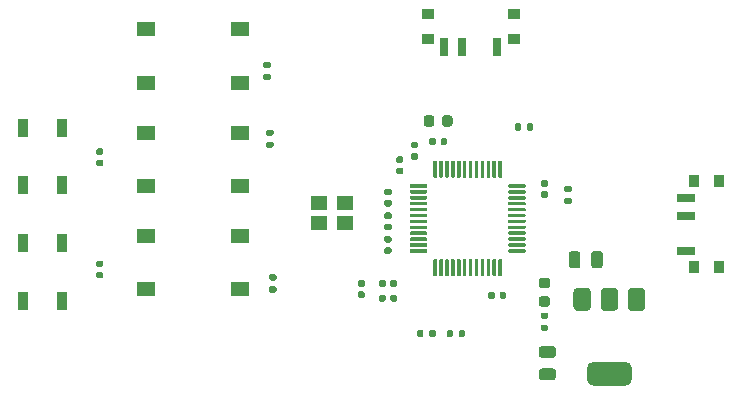
<source format=gbr>
%TF.GenerationSoftware,KiCad,Pcbnew,8.0.2-8.0.2-0~ubuntu22.04.1*%
%TF.CreationDate,2024-05-20T21:53:09+02:00*%
%TF.ProjectId,qclock,71636c6f-636b-42e6-9b69-6361645f7063,rev?*%
%TF.SameCoordinates,Original*%
%TF.FileFunction,Paste,Top*%
%TF.FilePolarity,Positive*%
%FSLAX46Y46*%
G04 Gerber Fmt 4.6, Leading zero omitted, Abs format (unit mm)*
G04 Created by KiCad (PCBNEW 8.0.2-8.0.2-0~ubuntu22.04.1) date 2024-05-20 21:53:09*
%MOMM*%
%LPD*%
G01*
G04 APERTURE LIST*
%ADD10R,1.498600X0.711200*%
%ADD11R,0.812800X0.990600*%
%ADD12R,0.711200X1.498600*%
%ADD13R,0.990600X0.812800*%
%ADD14R,1.550000X1.300000*%
%ADD15R,1.400000X1.200000*%
%ADD16R,0.900000X1.500000*%
G04 APERTURE END LIST*
D10*
%TO.C,J3*%
X170004600Y-90250003D03*
X170004600Y-87250000D03*
X170004600Y-85750000D03*
D11*
X170704601Y-91650000D03*
X170704601Y-84350000D03*
X172804599Y-91649980D03*
X172804599Y-84350020D03*
%TD*%
%TO.C,U2*%
G36*
G01*
X165425000Y-93350000D02*
X166175000Y-93350000D01*
G75*
G02*
X166550000Y-93725000I0J-375000D01*
G01*
X166550000Y-94975000D01*
G75*
G02*
X166175000Y-95350000I-375000J0D01*
G01*
X165425000Y-95350000D01*
G75*
G02*
X165050000Y-94975000I0J375000D01*
G01*
X165050000Y-93725000D01*
G75*
G02*
X165425000Y-93350000I375000J0D01*
G01*
G37*
G36*
G01*
X163125000Y-93350000D02*
X163875000Y-93350000D01*
G75*
G02*
X164250000Y-93725000I0J-375000D01*
G01*
X164250000Y-94975000D01*
G75*
G02*
X163875000Y-95350000I-375000J0D01*
G01*
X163125000Y-95350000D01*
G75*
G02*
X162750000Y-94975000I0J375000D01*
G01*
X162750000Y-93725000D01*
G75*
G02*
X163125000Y-93350000I375000J0D01*
G01*
G37*
G36*
G01*
X162100000Y-99650000D02*
X164900000Y-99650000D01*
G75*
G02*
X165400000Y-100150000I0J-500000D01*
G01*
X165400000Y-101150000D01*
G75*
G02*
X164900000Y-101650000I-500000J0D01*
G01*
X162100000Y-101650000D01*
G75*
G02*
X161600000Y-101150000I0J500000D01*
G01*
X161600000Y-100150000D01*
G75*
G02*
X162100000Y-99650000I500000J0D01*
G01*
G37*
G36*
G01*
X160825000Y-93350000D02*
X161575000Y-93350000D01*
G75*
G02*
X161950000Y-93725000I0J-375000D01*
G01*
X161950000Y-94975000D01*
G75*
G02*
X161575000Y-95350000I-375000J0D01*
G01*
X160825000Y-95350000D01*
G75*
G02*
X160450000Y-94975000I0J375000D01*
G01*
X160450000Y-93725000D01*
G75*
G02*
X160825000Y-93350000I375000J0D01*
G01*
G37*
%TD*%
%TO.C,R1*%
G36*
G01*
X155470000Y-79935000D02*
X155470000Y-79565000D01*
G75*
G02*
X155605000Y-79430000I135000J0D01*
G01*
X155875000Y-79430000D01*
G75*
G02*
X156010000Y-79565000I0J-135000D01*
G01*
X156010000Y-79935000D01*
G75*
G02*
X155875000Y-80070000I-135000J0D01*
G01*
X155605000Y-80070000D01*
G75*
G02*
X155470000Y-79935000I0J135000D01*
G01*
G37*
G36*
G01*
X156490000Y-79935000D02*
X156490000Y-79565000D01*
G75*
G02*
X156625000Y-79430000I135000J0D01*
G01*
X156895000Y-79430000D01*
G75*
G02*
X157030000Y-79565000I0J-135000D01*
G01*
X157030000Y-79935000D01*
G75*
G02*
X156895000Y-80070000I-135000J0D01*
G01*
X156625000Y-80070000D01*
G75*
G02*
X156490000Y-79935000I0J135000D01*
G01*
G37*
%TD*%
%TO.C,C3*%
G36*
G01*
X145920000Y-83760000D02*
X145580000Y-83760000D01*
G75*
G02*
X145440000Y-83620000I0J140000D01*
G01*
X145440000Y-83340000D01*
G75*
G02*
X145580000Y-83200000I140000J0D01*
G01*
X145920000Y-83200000D01*
G75*
G02*
X146060000Y-83340000I0J-140000D01*
G01*
X146060000Y-83620000D01*
G75*
G02*
X145920000Y-83760000I-140000J0D01*
G01*
G37*
G36*
G01*
X145920000Y-82800000D02*
X145580000Y-82800000D01*
G75*
G02*
X145440000Y-82660000I0J140000D01*
G01*
X145440000Y-82380000D01*
G75*
G02*
X145580000Y-82240000I140000J0D01*
G01*
X145920000Y-82240000D01*
G75*
G02*
X146060000Y-82380000I0J-140000D01*
G01*
X146060000Y-82660000D01*
G75*
G02*
X145920000Y-82800000I-140000J0D01*
G01*
G37*
%TD*%
%TO.C,R5*%
G36*
G01*
X160185000Y-86280000D02*
X159815000Y-86280000D01*
G75*
G02*
X159680000Y-86145000I0J135000D01*
G01*
X159680000Y-85875000D01*
G75*
G02*
X159815000Y-85740000I135000J0D01*
G01*
X160185000Y-85740000D01*
G75*
G02*
X160320000Y-85875000I0J-135000D01*
G01*
X160320000Y-86145000D01*
G75*
G02*
X160185000Y-86280000I-135000J0D01*
G01*
G37*
G36*
G01*
X160185000Y-85260000D02*
X159815000Y-85260000D01*
G75*
G02*
X159680000Y-85125000I0J135000D01*
G01*
X159680000Y-84855000D01*
G75*
G02*
X159815000Y-84720000I135000J0D01*
G01*
X160185000Y-84720000D01*
G75*
G02*
X160320000Y-84855000I0J-135000D01*
G01*
X160320000Y-85125000D01*
G75*
G02*
X160185000Y-85260000I-135000J0D01*
G01*
G37*
%TD*%
%TO.C,C6*%
G36*
G01*
X144580000Y-86990000D02*
X144920000Y-86990000D01*
G75*
G02*
X145060000Y-87130000I0J-140000D01*
G01*
X145060000Y-87410000D01*
G75*
G02*
X144920000Y-87550000I-140000J0D01*
G01*
X144580000Y-87550000D01*
G75*
G02*
X144440000Y-87410000I0J140000D01*
G01*
X144440000Y-87130000D01*
G75*
G02*
X144580000Y-86990000I140000J0D01*
G01*
G37*
G36*
G01*
X144580000Y-87950000D02*
X144920000Y-87950000D01*
G75*
G02*
X145060000Y-88090000I0J-140000D01*
G01*
X145060000Y-88370000D01*
G75*
G02*
X144920000Y-88510000I-140000J0D01*
G01*
X144580000Y-88510000D01*
G75*
G02*
X144440000Y-88370000I0J140000D01*
G01*
X144440000Y-88090000D01*
G75*
G02*
X144580000Y-87950000I140000J0D01*
G01*
G37*
%TD*%
%TO.C,C1*%
G36*
G01*
X144920000Y-86490000D02*
X144580000Y-86490000D01*
G75*
G02*
X144440000Y-86350000I0J140000D01*
G01*
X144440000Y-86070000D01*
G75*
G02*
X144580000Y-85930000I140000J0D01*
G01*
X144920000Y-85930000D01*
G75*
G02*
X145060000Y-86070000I0J-140000D01*
G01*
X145060000Y-86350000D01*
G75*
G02*
X144920000Y-86490000I-140000J0D01*
G01*
G37*
G36*
G01*
X144920000Y-85530000D02*
X144580000Y-85530000D01*
G75*
G02*
X144440000Y-85390000I0J140000D01*
G01*
X144440000Y-85110000D01*
G75*
G02*
X144580000Y-84970000I140000J0D01*
G01*
X144920000Y-84970000D01*
G75*
G02*
X145060000Y-85110000I0J-140000D01*
G01*
X145060000Y-85390000D01*
G75*
G02*
X144920000Y-85530000I-140000J0D01*
G01*
G37*
%TD*%
%TO.C,R2*%
G36*
G01*
X135185000Y-93780000D02*
X134815000Y-93780000D01*
G75*
G02*
X134680000Y-93645000I0J135000D01*
G01*
X134680000Y-93375000D01*
G75*
G02*
X134815000Y-93240000I135000J0D01*
G01*
X135185000Y-93240000D01*
G75*
G02*
X135320000Y-93375000I0J-135000D01*
G01*
X135320000Y-93645000D01*
G75*
G02*
X135185000Y-93780000I-135000J0D01*
G01*
G37*
G36*
G01*
X135185000Y-92760000D02*
X134815000Y-92760000D01*
G75*
G02*
X134680000Y-92625000I0J135000D01*
G01*
X134680000Y-92355000D01*
G75*
G02*
X134815000Y-92220000I135000J0D01*
G01*
X135185000Y-92220000D01*
G75*
G02*
X135320000Y-92355000I0J-135000D01*
G01*
X135320000Y-92625000D01*
G75*
G02*
X135185000Y-92760000I-135000J0D01*
G01*
G37*
%TD*%
%TO.C,C14*%
G36*
G01*
X120180000Y-81560000D02*
X120520000Y-81560000D01*
G75*
G02*
X120660000Y-81700000I0J-140000D01*
G01*
X120660000Y-81980000D01*
G75*
G02*
X120520000Y-82120000I-140000J0D01*
G01*
X120180000Y-82120000D01*
G75*
G02*
X120040000Y-81980000I0J140000D01*
G01*
X120040000Y-81700000D01*
G75*
G02*
X120180000Y-81560000I140000J0D01*
G01*
G37*
G36*
G01*
X120180000Y-82520000D02*
X120520000Y-82520000D01*
G75*
G02*
X120660000Y-82660000I0J-140000D01*
G01*
X120660000Y-82940000D01*
G75*
G02*
X120520000Y-83080000I-140000J0D01*
G01*
X120180000Y-83080000D01*
G75*
G02*
X120040000Y-82940000I0J140000D01*
G01*
X120040000Y-82660000D01*
G75*
G02*
X120180000Y-82520000I140000J0D01*
G01*
G37*
%TD*%
%TO.C,U1*%
G36*
G01*
X146600000Y-84825000D02*
X146600000Y-84675000D01*
G75*
G02*
X146675000Y-84600000I75000J0D01*
G01*
X148000000Y-84600000D01*
G75*
G02*
X148075000Y-84675000I0J-75000D01*
G01*
X148075000Y-84825000D01*
G75*
G02*
X148000000Y-84900000I-75000J0D01*
G01*
X146675000Y-84900000D01*
G75*
G02*
X146600000Y-84825000I0J75000D01*
G01*
G37*
G36*
G01*
X146600000Y-85325000D02*
X146600000Y-85175000D01*
G75*
G02*
X146675000Y-85100000I75000J0D01*
G01*
X148000000Y-85100000D01*
G75*
G02*
X148075000Y-85175000I0J-75000D01*
G01*
X148075000Y-85325000D01*
G75*
G02*
X148000000Y-85400000I-75000J0D01*
G01*
X146675000Y-85400000D01*
G75*
G02*
X146600000Y-85325000I0J75000D01*
G01*
G37*
G36*
G01*
X146600000Y-85825000D02*
X146600000Y-85675000D01*
G75*
G02*
X146675000Y-85600000I75000J0D01*
G01*
X148000000Y-85600000D01*
G75*
G02*
X148075000Y-85675000I0J-75000D01*
G01*
X148075000Y-85825000D01*
G75*
G02*
X148000000Y-85900000I-75000J0D01*
G01*
X146675000Y-85900000D01*
G75*
G02*
X146600000Y-85825000I0J75000D01*
G01*
G37*
G36*
G01*
X146600000Y-86325000D02*
X146600000Y-86175000D01*
G75*
G02*
X146675000Y-86100000I75000J0D01*
G01*
X148000000Y-86100000D01*
G75*
G02*
X148075000Y-86175000I0J-75000D01*
G01*
X148075000Y-86325000D01*
G75*
G02*
X148000000Y-86400000I-75000J0D01*
G01*
X146675000Y-86400000D01*
G75*
G02*
X146600000Y-86325000I0J75000D01*
G01*
G37*
G36*
G01*
X146600000Y-86825000D02*
X146600000Y-86675000D01*
G75*
G02*
X146675000Y-86600000I75000J0D01*
G01*
X148000000Y-86600000D01*
G75*
G02*
X148075000Y-86675000I0J-75000D01*
G01*
X148075000Y-86825000D01*
G75*
G02*
X148000000Y-86900000I-75000J0D01*
G01*
X146675000Y-86900000D01*
G75*
G02*
X146600000Y-86825000I0J75000D01*
G01*
G37*
G36*
G01*
X146600000Y-87325000D02*
X146600000Y-87175000D01*
G75*
G02*
X146675000Y-87100000I75000J0D01*
G01*
X148000000Y-87100000D01*
G75*
G02*
X148075000Y-87175000I0J-75000D01*
G01*
X148075000Y-87325000D01*
G75*
G02*
X148000000Y-87400000I-75000J0D01*
G01*
X146675000Y-87400000D01*
G75*
G02*
X146600000Y-87325000I0J75000D01*
G01*
G37*
G36*
G01*
X146600000Y-87825000D02*
X146600000Y-87675000D01*
G75*
G02*
X146675000Y-87600000I75000J0D01*
G01*
X148000000Y-87600000D01*
G75*
G02*
X148075000Y-87675000I0J-75000D01*
G01*
X148075000Y-87825000D01*
G75*
G02*
X148000000Y-87900000I-75000J0D01*
G01*
X146675000Y-87900000D01*
G75*
G02*
X146600000Y-87825000I0J75000D01*
G01*
G37*
G36*
G01*
X146600000Y-88325000D02*
X146600000Y-88175000D01*
G75*
G02*
X146675000Y-88100000I75000J0D01*
G01*
X148000000Y-88100000D01*
G75*
G02*
X148075000Y-88175000I0J-75000D01*
G01*
X148075000Y-88325000D01*
G75*
G02*
X148000000Y-88400000I-75000J0D01*
G01*
X146675000Y-88400000D01*
G75*
G02*
X146600000Y-88325000I0J75000D01*
G01*
G37*
G36*
G01*
X146600000Y-88825000D02*
X146600000Y-88675000D01*
G75*
G02*
X146675000Y-88600000I75000J0D01*
G01*
X148000000Y-88600000D01*
G75*
G02*
X148075000Y-88675000I0J-75000D01*
G01*
X148075000Y-88825000D01*
G75*
G02*
X148000000Y-88900000I-75000J0D01*
G01*
X146675000Y-88900000D01*
G75*
G02*
X146600000Y-88825000I0J75000D01*
G01*
G37*
G36*
G01*
X146600000Y-89325000D02*
X146600000Y-89175000D01*
G75*
G02*
X146675000Y-89100000I75000J0D01*
G01*
X148000000Y-89100000D01*
G75*
G02*
X148075000Y-89175000I0J-75000D01*
G01*
X148075000Y-89325000D01*
G75*
G02*
X148000000Y-89400000I-75000J0D01*
G01*
X146675000Y-89400000D01*
G75*
G02*
X146600000Y-89325000I0J75000D01*
G01*
G37*
G36*
G01*
X146600000Y-89825000D02*
X146600000Y-89675000D01*
G75*
G02*
X146675000Y-89600000I75000J0D01*
G01*
X148000000Y-89600000D01*
G75*
G02*
X148075000Y-89675000I0J-75000D01*
G01*
X148075000Y-89825000D01*
G75*
G02*
X148000000Y-89900000I-75000J0D01*
G01*
X146675000Y-89900000D01*
G75*
G02*
X146600000Y-89825000I0J75000D01*
G01*
G37*
G36*
G01*
X146600000Y-90325000D02*
X146600000Y-90175000D01*
G75*
G02*
X146675000Y-90100000I75000J0D01*
G01*
X148000000Y-90100000D01*
G75*
G02*
X148075000Y-90175000I0J-75000D01*
G01*
X148075000Y-90325000D01*
G75*
G02*
X148000000Y-90400000I-75000J0D01*
G01*
X146675000Y-90400000D01*
G75*
G02*
X146600000Y-90325000I0J75000D01*
G01*
G37*
G36*
G01*
X148600000Y-92325000D02*
X148600000Y-91000000D01*
G75*
G02*
X148675000Y-90925000I75000J0D01*
G01*
X148825000Y-90925000D01*
G75*
G02*
X148900000Y-91000000I0J-75000D01*
G01*
X148900000Y-92325000D01*
G75*
G02*
X148825000Y-92400000I-75000J0D01*
G01*
X148675000Y-92400000D01*
G75*
G02*
X148600000Y-92325000I0J75000D01*
G01*
G37*
G36*
G01*
X149100000Y-92325000D02*
X149100000Y-91000000D01*
G75*
G02*
X149175000Y-90925000I75000J0D01*
G01*
X149325000Y-90925000D01*
G75*
G02*
X149400000Y-91000000I0J-75000D01*
G01*
X149400000Y-92325000D01*
G75*
G02*
X149325000Y-92400000I-75000J0D01*
G01*
X149175000Y-92400000D01*
G75*
G02*
X149100000Y-92325000I0J75000D01*
G01*
G37*
G36*
G01*
X149600000Y-92325000D02*
X149600000Y-91000000D01*
G75*
G02*
X149675000Y-90925000I75000J0D01*
G01*
X149825000Y-90925000D01*
G75*
G02*
X149900000Y-91000000I0J-75000D01*
G01*
X149900000Y-92325000D01*
G75*
G02*
X149825000Y-92400000I-75000J0D01*
G01*
X149675000Y-92400000D01*
G75*
G02*
X149600000Y-92325000I0J75000D01*
G01*
G37*
G36*
G01*
X150100000Y-92325000D02*
X150100000Y-91000000D01*
G75*
G02*
X150175000Y-90925000I75000J0D01*
G01*
X150325000Y-90925000D01*
G75*
G02*
X150400000Y-91000000I0J-75000D01*
G01*
X150400000Y-92325000D01*
G75*
G02*
X150325000Y-92400000I-75000J0D01*
G01*
X150175000Y-92400000D01*
G75*
G02*
X150100000Y-92325000I0J75000D01*
G01*
G37*
G36*
G01*
X150600000Y-92325000D02*
X150600000Y-91000000D01*
G75*
G02*
X150675000Y-90925000I75000J0D01*
G01*
X150825000Y-90925000D01*
G75*
G02*
X150900000Y-91000000I0J-75000D01*
G01*
X150900000Y-92325000D01*
G75*
G02*
X150825000Y-92400000I-75000J0D01*
G01*
X150675000Y-92400000D01*
G75*
G02*
X150600000Y-92325000I0J75000D01*
G01*
G37*
G36*
G01*
X151100000Y-92325000D02*
X151100000Y-91000000D01*
G75*
G02*
X151175000Y-90925000I75000J0D01*
G01*
X151325000Y-90925000D01*
G75*
G02*
X151400000Y-91000000I0J-75000D01*
G01*
X151400000Y-92325000D01*
G75*
G02*
X151325000Y-92400000I-75000J0D01*
G01*
X151175000Y-92400000D01*
G75*
G02*
X151100000Y-92325000I0J75000D01*
G01*
G37*
G36*
G01*
X151600000Y-92325000D02*
X151600000Y-91000000D01*
G75*
G02*
X151675000Y-90925000I75000J0D01*
G01*
X151825000Y-90925000D01*
G75*
G02*
X151900000Y-91000000I0J-75000D01*
G01*
X151900000Y-92325000D01*
G75*
G02*
X151825000Y-92400000I-75000J0D01*
G01*
X151675000Y-92400000D01*
G75*
G02*
X151600000Y-92325000I0J75000D01*
G01*
G37*
G36*
G01*
X152100000Y-92325000D02*
X152100000Y-91000000D01*
G75*
G02*
X152175000Y-90925000I75000J0D01*
G01*
X152325000Y-90925000D01*
G75*
G02*
X152400000Y-91000000I0J-75000D01*
G01*
X152400000Y-92325000D01*
G75*
G02*
X152325000Y-92400000I-75000J0D01*
G01*
X152175000Y-92400000D01*
G75*
G02*
X152100000Y-92325000I0J75000D01*
G01*
G37*
G36*
G01*
X152600000Y-92325000D02*
X152600000Y-91000000D01*
G75*
G02*
X152675000Y-90925000I75000J0D01*
G01*
X152825000Y-90925000D01*
G75*
G02*
X152900000Y-91000000I0J-75000D01*
G01*
X152900000Y-92325000D01*
G75*
G02*
X152825000Y-92400000I-75000J0D01*
G01*
X152675000Y-92400000D01*
G75*
G02*
X152600000Y-92325000I0J75000D01*
G01*
G37*
G36*
G01*
X153100000Y-92325000D02*
X153100000Y-91000000D01*
G75*
G02*
X153175000Y-90925000I75000J0D01*
G01*
X153325000Y-90925000D01*
G75*
G02*
X153400000Y-91000000I0J-75000D01*
G01*
X153400000Y-92325000D01*
G75*
G02*
X153325000Y-92400000I-75000J0D01*
G01*
X153175000Y-92400000D01*
G75*
G02*
X153100000Y-92325000I0J75000D01*
G01*
G37*
G36*
G01*
X153600000Y-92325000D02*
X153600000Y-91000000D01*
G75*
G02*
X153675000Y-90925000I75000J0D01*
G01*
X153825000Y-90925000D01*
G75*
G02*
X153900000Y-91000000I0J-75000D01*
G01*
X153900000Y-92325000D01*
G75*
G02*
X153825000Y-92400000I-75000J0D01*
G01*
X153675000Y-92400000D01*
G75*
G02*
X153600000Y-92325000I0J75000D01*
G01*
G37*
G36*
G01*
X154100000Y-92325000D02*
X154100000Y-91000000D01*
G75*
G02*
X154175000Y-90925000I75000J0D01*
G01*
X154325000Y-90925000D01*
G75*
G02*
X154400000Y-91000000I0J-75000D01*
G01*
X154400000Y-92325000D01*
G75*
G02*
X154325000Y-92400000I-75000J0D01*
G01*
X154175000Y-92400000D01*
G75*
G02*
X154100000Y-92325000I0J75000D01*
G01*
G37*
G36*
G01*
X154925000Y-90325000D02*
X154925000Y-90175000D01*
G75*
G02*
X155000000Y-90100000I75000J0D01*
G01*
X156325000Y-90100000D01*
G75*
G02*
X156400000Y-90175000I0J-75000D01*
G01*
X156400000Y-90325000D01*
G75*
G02*
X156325000Y-90400000I-75000J0D01*
G01*
X155000000Y-90400000D01*
G75*
G02*
X154925000Y-90325000I0J75000D01*
G01*
G37*
G36*
G01*
X154925000Y-89825000D02*
X154925000Y-89675000D01*
G75*
G02*
X155000000Y-89600000I75000J0D01*
G01*
X156325000Y-89600000D01*
G75*
G02*
X156400000Y-89675000I0J-75000D01*
G01*
X156400000Y-89825000D01*
G75*
G02*
X156325000Y-89900000I-75000J0D01*
G01*
X155000000Y-89900000D01*
G75*
G02*
X154925000Y-89825000I0J75000D01*
G01*
G37*
G36*
G01*
X154925000Y-89325000D02*
X154925000Y-89175000D01*
G75*
G02*
X155000000Y-89100000I75000J0D01*
G01*
X156325000Y-89100000D01*
G75*
G02*
X156400000Y-89175000I0J-75000D01*
G01*
X156400000Y-89325000D01*
G75*
G02*
X156325000Y-89400000I-75000J0D01*
G01*
X155000000Y-89400000D01*
G75*
G02*
X154925000Y-89325000I0J75000D01*
G01*
G37*
G36*
G01*
X154925000Y-88825000D02*
X154925000Y-88675000D01*
G75*
G02*
X155000000Y-88600000I75000J0D01*
G01*
X156325000Y-88600000D01*
G75*
G02*
X156400000Y-88675000I0J-75000D01*
G01*
X156400000Y-88825000D01*
G75*
G02*
X156325000Y-88900000I-75000J0D01*
G01*
X155000000Y-88900000D01*
G75*
G02*
X154925000Y-88825000I0J75000D01*
G01*
G37*
G36*
G01*
X154925000Y-88325000D02*
X154925000Y-88175000D01*
G75*
G02*
X155000000Y-88100000I75000J0D01*
G01*
X156325000Y-88100000D01*
G75*
G02*
X156400000Y-88175000I0J-75000D01*
G01*
X156400000Y-88325000D01*
G75*
G02*
X156325000Y-88400000I-75000J0D01*
G01*
X155000000Y-88400000D01*
G75*
G02*
X154925000Y-88325000I0J75000D01*
G01*
G37*
G36*
G01*
X154925000Y-87825000D02*
X154925000Y-87675000D01*
G75*
G02*
X155000000Y-87600000I75000J0D01*
G01*
X156325000Y-87600000D01*
G75*
G02*
X156400000Y-87675000I0J-75000D01*
G01*
X156400000Y-87825000D01*
G75*
G02*
X156325000Y-87900000I-75000J0D01*
G01*
X155000000Y-87900000D01*
G75*
G02*
X154925000Y-87825000I0J75000D01*
G01*
G37*
G36*
G01*
X154925000Y-87325000D02*
X154925000Y-87175000D01*
G75*
G02*
X155000000Y-87100000I75000J0D01*
G01*
X156325000Y-87100000D01*
G75*
G02*
X156400000Y-87175000I0J-75000D01*
G01*
X156400000Y-87325000D01*
G75*
G02*
X156325000Y-87400000I-75000J0D01*
G01*
X155000000Y-87400000D01*
G75*
G02*
X154925000Y-87325000I0J75000D01*
G01*
G37*
G36*
G01*
X154925000Y-86825000D02*
X154925000Y-86675000D01*
G75*
G02*
X155000000Y-86600000I75000J0D01*
G01*
X156325000Y-86600000D01*
G75*
G02*
X156400000Y-86675000I0J-75000D01*
G01*
X156400000Y-86825000D01*
G75*
G02*
X156325000Y-86900000I-75000J0D01*
G01*
X155000000Y-86900000D01*
G75*
G02*
X154925000Y-86825000I0J75000D01*
G01*
G37*
G36*
G01*
X154925000Y-86325000D02*
X154925000Y-86175000D01*
G75*
G02*
X155000000Y-86100000I75000J0D01*
G01*
X156325000Y-86100000D01*
G75*
G02*
X156400000Y-86175000I0J-75000D01*
G01*
X156400000Y-86325000D01*
G75*
G02*
X156325000Y-86400000I-75000J0D01*
G01*
X155000000Y-86400000D01*
G75*
G02*
X154925000Y-86325000I0J75000D01*
G01*
G37*
G36*
G01*
X154925000Y-85825000D02*
X154925000Y-85675000D01*
G75*
G02*
X155000000Y-85600000I75000J0D01*
G01*
X156325000Y-85600000D01*
G75*
G02*
X156400000Y-85675000I0J-75000D01*
G01*
X156400000Y-85825000D01*
G75*
G02*
X156325000Y-85900000I-75000J0D01*
G01*
X155000000Y-85900000D01*
G75*
G02*
X154925000Y-85825000I0J75000D01*
G01*
G37*
G36*
G01*
X154925000Y-85325000D02*
X154925000Y-85175000D01*
G75*
G02*
X155000000Y-85100000I75000J0D01*
G01*
X156325000Y-85100000D01*
G75*
G02*
X156400000Y-85175000I0J-75000D01*
G01*
X156400000Y-85325000D01*
G75*
G02*
X156325000Y-85400000I-75000J0D01*
G01*
X155000000Y-85400000D01*
G75*
G02*
X154925000Y-85325000I0J75000D01*
G01*
G37*
G36*
G01*
X154925000Y-84825000D02*
X154925000Y-84675000D01*
G75*
G02*
X155000000Y-84600000I75000J0D01*
G01*
X156325000Y-84600000D01*
G75*
G02*
X156400000Y-84675000I0J-75000D01*
G01*
X156400000Y-84825000D01*
G75*
G02*
X156325000Y-84900000I-75000J0D01*
G01*
X155000000Y-84900000D01*
G75*
G02*
X154925000Y-84825000I0J75000D01*
G01*
G37*
G36*
G01*
X154100000Y-84000000D02*
X154100000Y-82675000D01*
G75*
G02*
X154175000Y-82600000I75000J0D01*
G01*
X154325000Y-82600000D01*
G75*
G02*
X154400000Y-82675000I0J-75000D01*
G01*
X154400000Y-84000000D01*
G75*
G02*
X154325000Y-84075000I-75000J0D01*
G01*
X154175000Y-84075000D01*
G75*
G02*
X154100000Y-84000000I0J75000D01*
G01*
G37*
G36*
G01*
X153600000Y-84000000D02*
X153600000Y-82675000D01*
G75*
G02*
X153675000Y-82600000I75000J0D01*
G01*
X153825000Y-82600000D01*
G75*
G02*
X153900000Y-82675000I0J-75000D01*
G01*
X153900000Y-84000000D01*
G75*
G02*
X153825000Y-84075000I-75000J0D01*
G01*
X153675000Y-84075000D01*
G75*
G02*
X153600000Y-84000000I0J75000D01*
G01*
G37*
G36*
G01*
X153100000Y-84000000D02*
X153100000Y-82675000D01*
G75*
G02*
X153175000Y-82600000I75000J0D01*
G01*
X153325000Y-82600000D01*
G75*
G02*
X153400000Y-82675000I0J-75000D01*
G01*
X153400000Y-84000000D01*
G75*
G02*
X153325000Y-84075000I-75000J0D01*
G01*
X153175000Y-84075000D01*
G75*
G02*
X153100000Y-84000000I0J75000D01*
G01*
G37*
G36*
G01*
X152600000Y-84000000D02*
X152600000Y-82675000D01*
G75*
G02*
X152675000Y-82600000I75000J0D01*
G01*
X152825000Y-82600000D01*
G75*
G02*
X152900000Y-82675000I0J-75000D01*
G01*
X152900000Y-84000000D01*
G75*
G02*
X152825000Y-84075000I-75000J0D01*
G01*
X152675000Y-84075000D01*
G75*
G02*
X152600000Y-84000000I0J75000D01*
G01*
G37*
G36*
G01*
X152100000Y-84000000D02*
X152100000Y-82675000D01*
G75*
G02*
X152175000Y-82600000I75000J0D01*
G01*
X152325000Y-82600000D01*
G75*
G02*
X152400000Y-82675000I0J-75000D01*
G01*
X152400000Y-84000000D01*
G75*
G02*
X152325000Y-84075000I-75000J0D01*
G01*
X152175000Y-84075000D01*
G75*
G02*
X152100000Y-84000000I0J75000D01*
G01*
G37*
G36*
G01*
X151600000Y-84000000D02*
X151600000Y-82675000D01*
G75*
G02*
X151675000Y-82600000I75000J0D01*
G01*
X151825000Y-82600000D01*
G75*
G02*
X151900000Y-82675000I0J-75000D01*
G01*
X151900000Y-84000000D01*
G75*
G02*
X151825000Y-84075000I-75000J0D01*
G01*
X151675000Y-84075000D01*
G75*
G02*
X151600000Y-84000000I0J75000D01*
G01*
G37*
G36*
G01*
X151100000Y-84000000D02*
X151100000Y-82675000D01*
G75*
G02*
X151175000Y-82600000I75000J0D01*
G01*
X151325000Y-82600000D01*
G75*
G02*
X151400000Y-82675000I0J-75000D01*
G01*
X151400000Y-84000000D01*
G75*
G02*
X151325000Y-84075000I-75000J0D01*
G01*
X151175000Y-84075000D01*
G75*
G02*
X151100000Y-84000000I0J75000D01*
G01*
G37*
G36*
G01*
X150600000Y-84000000D02*
X150600000Y-82675000D01*
G75*
G02*
X150675000Y-82600000I75000J0D01*
G01*
X150825000Y-82600000D01*
G75*
G02*
X150900000Y-82675000I0J-75000D01*
G01*
X150900000Y-84000000D01*
G75*
G02*
X150825000Y-84075000I-75000J0D01*
G01*
X150675000Y-84075000D01*
G75*
G02*
X150600000Y-84000000I0J75000D01*
G01*
G37*
G36*
G01*
X150100000Y-84000000D02*
X150100000Y-82675000D01*
G75*
G02*
X150175000Y-82600000I75000J0D01*
G01*
X150325000Y-82600000D01*
G75*
G02*
X150400000Y-82675000I0J-75000D01*
G01*
X150400000Y-84000000D01*
G75*
G02*
X150325000Y-84075000I-75000J0D01*
G01*
X150175000Y-84075000D01*
G75*
G02*
X150100000Y-84000000I0J75000D01*
G01*
G37*
G36*
G01*
X149600000Y-84000000D02*
X149600000Y-82675000D01*
G75*
G02*
X149675000Y-82600000I75000J0D01*
G01*
X149825000Y-82600000D01*
G75*
G02*
X149900000Y-82675000I0J-75000D01*
G01*
X149900000Y-84000000D01*
G75*
G02*
X149825000Y-84075000I-75000J0D01*
G01*
X149675000Y-84075000D01*
G75*
G02*
X149600000Y-84000000I0J75000D01*
G01*
G37*
G36*
G01*
X149100000Y-84000000D02*
X149100000Y-82675000D01*
G75*
G02*
X149175000Y-82600000I75000J0D01*
G01*
X149325000Y-82600000D01*
G75*
G02*
X149400000Y-82675000I0J-75000D01*
G01*
X149400000Y-84000000D01*
G75*
G02*
X149325000Y-84075000I-75000J0D01*
G01*
X149175000Y-84075000D01*
G75*
G02*
X149100000Y-84000000I0J75000D01*
G01*
G37*
G36*
G01*
X148600000Y-84000000D02*
X148600000Y-82675000D01*
G75*
G02*
X148675000Y-82600000I75000J0D01*
G01*
X148825000Y-82600000D01*
G75*
G02*
X148900000Y-82675000I0J-75000D01*
G01*
X148900000Y-84000000D01*
G75*
G02*
X148825000Y-84075000I-75000J0D01*
G01*
X148675000Y-84075000D01*
G75*
G02*
X148600000Y-84000000I0J75000D01*
G01*
G37*
%TD*%
%TO.C,C7*%
G36*
G01*
X154760000Y-93830000D02*
X154760000Y-94170000D01*
G75*
G02*
X154620000Y-94310000I-140000J0D01*
G01*
X154340000Y-94310000D01*
G75*
G02*
X154200000Y-94170000I0J140000D01*
G01*
X154200000Y-93830000D01*
G75*
G02*
X154340000Y-93690000I140000J0D01*
G01*
X154620000Y-93690000D01*
G75*
G02*
X154760000Y-93830000I0J-140000D01*
G01*
G37*
G36*
G01*
X153800000Y-93830000D02*
X153800000Y-94170000D01*
G75*
G02*
X153660000Y-94310000I-140000J0D01*
G01*
X153380000Y-94310000D01*
G75*
G02*
X153240000Y-94170000I0J140000D01*
G01*
X153240000Y-93830000D01*
G75*
G02*
X153380000Y-93690000I140000J0D01*
G01*
X153660000Y-93690000D01*
G75*
G02*
X153800000Y-93830000I0J-140000D01*
G01*
G37*
%TD*%
%TO.C,R7*%
G36*
G01*
X147220000Y-97435000D02*
X147220000Y-97065000D01*
G75*
G02*
X147355000Y-96930000I135000J0D01*
G01*
X147625000Y-96930000D01*
G75*
G02*
X147760000Y-97065000I0J-135000D01*
G01*
X147760000Y-97435000D01*
G75*
G02*
X147625000Y-97570000I-135000J0D01*
G01*
X147355000Y-97570000D01*
G75*
G02*
X147220000Y-97435000I0J135000D01*
G01*
G37*
G36*
G01*
X148240000Y-97435000D02*
X148240000Y-97065000D01*
G75*
G02*
X148375000Y-96930000I135000J0D01*
G01*
X148645000Y-96930000D01*
G75*
G02*
X148780000Y-97065000I0J-135000D01*
G01*
X148780000Y-97435000D01*
G75*
G02*
X148645000Y-97570000I-135000J0D01*
G01*
X148375000Y-97570000D01*
G75*
G02*
X148240000Y-97435000I0J135000D01*
G01*
G37*
%TD*%
D12*
%TO.C,SW1*%
X154000003Y-72995400D03*
X151000000Y-72995400D03*
X149500000Y-72995400D03*
D13*
X155400000Y-72295399D03*
X148100000Y-72295399D03*
X155399980Y-70195401D03*
X148100020Y-70195401D03*
%TD*%
%TO.C,C9*%
G36*
G01*
X144920000Y-90510000D02*
X144580000Y-90510000D01*
G75*
G02*
X144440000Y-90370000I0J140000D01*
G01*
X144440000Y-90090000D01*
G75*
G02*
X144580000Y-89950000I140000J0D01*
G01*
X144920000Y-89950000D01*
G75*
G02*
X145060000Y-90090000I0J-140000D01*
G01*
X145060000Y-90370000D01*
G75*
G02*
X144920000Y-90510000I-140000J0D01*
G01*
G37*
G36*
G01*
X144920000Y-89550000D02*
X144580000Y-89550000D01*
G75*
G02*
X144440000Y-89410000I0J140000D01*
G01*
X144440000Y-89130000D01*
G75*
G02*
X144580000Y-88990000I140000J0D01*
G01*
X144920000Y-88990000D01*
G75*
G02*
X145060000Y-89130000I0J-140000D01*
G01*
X145060000Y-89410000D01*
G75*
G02*
X144920000Y-89550000I-140000J0D01*
G01*
G37*
%TD*%
%TO.C,R4*%
G36*
G01*
X134315000Y-74220000D02*
X134685000Y-74220000D01*
G75*
G02*
X134820000Y-74355000I0J-135000D01*
G01*
X134820000Y-74625000D01*
G75*
G02*
X134685000Y-74760000I-135000J0D01*
G01*
X134315000Y-74760000D01*
G75*
G02*
X134180000Y-74625000I0J135000D01*
G01*
X134180000Y-74355000D01*
G75*
G02*
X134315000Y-74220000I135000J0D01*
G01*
G37*
G36*
G01*
X134315000Y-75240000D02*
X134685000Y-75240000D01*
G75*
G02*
X134820000Y-75375000I0J-135000D01*
G01*
X134820000Y-75645000D01*
G75*
G02*
X134685000Y-75780000I-135000J0D01*
G01*
X134315000Y-75780000D01*
G75*
G02*
X134180000Y-75645000I0J135000D01*
G01*
X134180000Y-75375000D01*
G75*
G02*
X134315000Y-75240000I135000J0D01*
G01*
G37*
%TD*%
%TO.C,D1*%
G36*
G01*
X158256250Y-94975000D02*
X157743750Y-94975000D01*
G75*
G02*
X157525000Y-94756250I0J218750D01*
G01*
X157525000Y-94318750D01*
G75*
G02*
X157743750Y-94100000I218750J0D01*
G01*
X158256250Y-94100000D01*
G75*
G02*
X158475000Y-94318750I0J-218750D01*
G01*
X158475000Y-94756250D01*
G75*
G02*
X158256250Y-94975000I-218750J0D01*
G01*
G37*
G36*
G01*
X158256250Y-93400000D02*
X157743750Y-93400000D01*
G75*
G02*
X157525000Y-93181250I0J218750D01*
G01*
X157525000Y-92743750D01*
G75*
G02*
X157743750Y-92525000I218750J0D01*
G01*
X158256250Y-92525000D01*
G75*
G02*
X158475000Y-92743750I0J-218750D01*
G01*
X158475000Y-93181250D01*
G75*
G02*
X158256250Y-93400000I-218750J0D01*
G01*
G37*
%TD*%
D14*
%TO.C,SW4*%
X124275000Y-71500000D03*
X132225000Y-71500000D03*
X124275000Y-76000000D03*
X132225000Y-76000000D03*
%TD*%
D15*
%TO.C,Y1*%
X141100000Y-86150000D03*
X138900000Y-86150000D03*
X138900000Y-87850000D03*
X141100000Y-87850000D03*
%TD*%
%TO.C,C10*%
G36*
G01*
X142330000Y-92720000D02*
X142670000Y-92720000D01*
G75*
G02*
X142810000Y-92860000I0J-140000D01*
G01*
X142810000Y-93140000D01*
G75*
G02*
X142670000Y-93280000I-140000J0D01*
G01*
X142330000Y-93280000D01*
G75*
G02*
X142190000Y-93140000I0J140000D01*
G01*
X142190000Y-92860000D01*
G75*
G02*
X142330000Y-92720000I140000J0D01*
G01*
G37*
G36*
G01*
X142330000Y-93680000D02*
X142670000Y-93680000D01*
G75*
G02*
X142810000Y-93820000I0J-140000D01*
G01*
X142810000Y-94100000D01*
G75*
G02*
X142670000Y-94240000I-140000J0D01*
G01*
X142330000Y-94240000D01*
G75*
G02*
X142190000Y-94100000I0J140000D01*
G01*
X142190000Y-93820000D01*
G75*
G02*
X142330000Y-93680000I140000J0D01*
G01*
G37*
%TD*%
D14*
%TO.C,SW2*%
X124275000Y-89000000D03*
X132225000Y-89000000D03*
X124275000Y-93500000D03*
X132225000Y-93500000D03*
%TD*%
%TO.C,C11*%
G36*
G01*
X145510000Y-94080000D02*
X145510000Y-94420000D01*
G75*
G02*
X145370000Y-94560000I-140000J0D01*
G01*
X145090000Y-94560000D01*
G75*
G02*
X144950000Y-94420000I0J140000D01*
G01*
X144950000Y-94080000D01*
G75*
G02*
X145090000Y-93940000I140000J0D01*
G01*
X145370000Y-93940000D01*
G75*
G02*
X145510000Y-94080000I0J-140000D01*
G01*
G37*
G36*
G01*
X144550000Y-94080000D02*
X144550000Y-94420000D01*
G75*
G02*
X144410000Y-94560000I-140000J0D01*
G01*
X144130000Y-94560000D01*
G75*
G02*
X143990000Y-94420000I0J140000D01*
G01*
X143990000Y-94080000D01*
G75*
G02*
X144130000Y-93940000I140000J0D01*
G01*
X144410000Y-93940000D01*
G75*
G02*
X144550000Y-94080000I0J-140000D01*
G01*
G37*
%TD*%
%TO.C,SW3*%
X124275000Y-80250000D03*
X132225000Y-80250000D03*
X124275000Y-84750000D03*
X132225000Y-84750000D03*
%TD*%
%TO.C,C16*%
G36*
G01*
X120180000Y-91060000D02*
X120520000Y-91060000D01*
G75*
G02*
X120660000Y-91200000I0J-140000D01*
G01*
X120660000Y-91480000D01*
G75*
G02*
X120520000Y-91620000I-140000J0D01*
G01*
X120180000Y-91620000D01*
G75*
G02*
X120040000Y-91480000I0J140000D01*
G01*
X120040000Y-91200000D01*
G75*
G02*
X120180000Y-91060000I140000J0D01*
G01*
G37*
G36*
G01*
X120180000Y-92020000D02*
X120520000Y-92020000D01*
G75*
G02*
X120660000Y-92160000I0J-140000D01*
G01*
X120660000Y-92440000D01*
G75*
G02*
X120520000Y-92580000I-140000J0D01*
G01*
X120180000Y-92580000D01*
G75*
G02*
X120040000Y-92440000I0J140000D01*
G01*
X120040000Y-92160000D01*
G75*
G02*
X120180000Y-92020000I140000J0D01*
G01*
G37*
%TD*%
%TO.C,FB1*%
G36*
G01*
X145530000Y-92827500D02*
X145530000Y-93172500D01*
G75*
G02*
X145382500Y-93320000I-147500J0D01*
G01*
X145087500Y-93320000D01*
G75*
G02*
X144940000Y-93172500I0J147500D01*
G01*
X144940000Y-92827500D01*
G75*
G02*
X145087500Y-92680000I147500J0D01*
G01*
X145382500Y-92680000D01*
G75*
G02*
X145530000Y-92827500I0J-147500D01*
G01*
G37*
G36*
G01*
X144560000Y-92827500D02*
X144560000Y-93172500D01*
G75*
G02*
X144412500Y-93320000I-147500J0D01*
G01*
X144117500Y-93320000D01*
G75*
G02*
X143970000Y-93172500I0J147500D01*
G01*
X143970000Y-92827500D01*
G75*
G02*
X144117500Y-92680000I147500J0D01*
G01*
X144412500Y-92680000D01*
G75*
G02*
X144560000Y-92827500I0J-147500D01*
G01*
G37*
%TD*%
%TO.C,C4*%
G36*
G01*
X157830000Y-84240000D02*
X158170000Y-84240000D01*
G75*
G02*
X158310000Y-84380000I0J-140000D01*
G01*
X158310000Y-84660000D01*
G75*
G02*
X158170000Y-84800000I-140000J0D01*
G01*
X157830000Y-84800000D01*
G75*
G02*
X157690000Y-84660000I0J140000D01*
G01*
X157690000Y-84380000D01*
G75*
G02*
X157830000Y-84240000I140000J0D01*
G01*
G37*
G36*
G01*
X157830000Y-85200000D02*
X158170000Y-85200000D01*
G75*
G02*
X158310000Y-85340000I0J-140000D01*
G01*
X158310000Y-85620000D01*
G75*
G02*
X158170000Y-85760000I-140000J0D01*
G01*
X157830000Y-85760000D01*
G75*
G02*
X157690000Y-85620000I0J140000D01*
G01*
X157690000Y-85340000D01*
G75*
G02*
X157830000Y-85200000I140000J0D01*
G01*
G37*
%TD*%
%TO.C,C2*%
G36*
G01*
X147775000Y-79500000D02*
X147775000Y-79000000D01*
G75*
G02*
X148000000Y-78775000I225000J0D01*
G01*
X148450000Y-78775000D01*
G75*
G02*
X148675000Y-79000000I0J-225000D01*
G01*
X148675000Y-79500000D01*
G75*
G02*
X148450000Y-79725000I-225000J0D01*
G01*
X148000000Y-79725000D01*
G75*
G02*
X147775000Y-79500000I0J225000D01*
G01*
G37*
G36*
G01*
X149325000Y-79500000D02*
X149325000Y-79000000D01*
G75*
G02*
X149550000Y-78775000I225000J0D01*
G01*
X150000000Y-78775000D01*
G75*
G02*
X150225000Y-79000000I0J-225000D01*
G01*
X150225000Y-79500000D01*
G75*
G02*
X150000000Y-79725000I-225000J0D01*
G01*
X149550000Y-79725000D01*
G75*
G02*
X149325000Y-79500000I0J225000D01*
G01*
G37*
%TD*%
%TO.C,R3*%
G36*
G01*
X134565000Y-79970000D02*
X134935000Y-79970000D01*
G75*
G02*
X135070000Y-80105000I0J-135000D01*
G01*
X135070000Y-80375000D01*
G75*
G02*
X134935000Y-80510000I-135000J0D01*
G01*
X134565000Y-80510000D01*
G75*
G02*
X134430000Y-80375000I0J135000D01*
G01*
X134430000Y-80105000D01*
G75*
G02*
X134565000Y-79970000I135000J0D01*
G01*
G37*
G36*
G01*
X134565000Y-80990000D02*
X134935000Y-80990000D01*
G75*
G02*
X135070000Y-81125000I0J-135000D01*
G01*
X135070000Y-81395000D01*
G75*
G02*
X134935000Y-81530000I-135000J0D01*
G01*
X134565000Y-81530000D01*
G75*
G02*
X134430000Y-81395000I0J135000D01*
G01*
X134430000Y-81125000D01*
G75*
G02*
X134565000Y-80990000I135000J0D01*
G01*
G37*
%TD*%
%TO.C,C12*%
G36*
G01*
X162950000Y-90525000D02*
X162950000Y-91475000D01*
G75*
G02*
X162700000Y-91725000I-250000J0D01*
G01*
X162200000Y-91725000D01*
G75*
G02*
X161950000Y-91475000I0J250000D01*
G01*
X161950000Y-90525000D01*
G75*
G02*
X162200000Y-90275000I250000J0D01*
G01*
X162700000Y-90275000D01*
G75*
G02*
X162950000Y-90525000I0J-250000D01*
G01*
G37*
G36*
G01*
X161050000Y-90525000D02*
X161050000Y-91475000D01*
G75*
G02*
X160800000Y-91725000I-250000J0D01*
G01*
X160300000Y-91725000D01*
G75*
G02*
X160050000Y-91475000I0J250000D01*
G01*
X160050000Y-90525000D01*
G75*
G02*
X160300000Y-90275000I250000J0D01*
G01*
X160800000Y-90275000D01*
G75*
G02*
X161050000Y-90525000I0J-250000D01*
G01*
G37*
%TD*%
D16*
%TO.C,D2*%
X117150000Y-79800000D03*
X113850000Y-79800000D03*
X113850000Y-84700000D03*
X117150000Y-84700000D03*
%TD*%
%TO.C,R6*%
G36*
G01*
X158185000Y-97030000D02*
X157815000Y-97030000D01*
G75*
G02*
X157680000Y-96895000I0J135000D01*
G01*
X157680000Y-96625000D01*
G75*
G02*
X157815000Y-96490000I135000J0D01*
G01*
X158185000Y-96490000D01*
G75*
G02*
X158320000Y-96625000I0J-135000D01*
G01*
X158320000Y-96895000D01*
G75*
G02*
X158185000Y-97030000I-135000J0D01*
G01*
G37*
G36*
G01*
X158185000Y-96010000D02*
X157815000Y-96010000D01*
G75*
G02*
X157680000Y-95875000I0J135000D01*
G01*
X157680000Y-95605000D01*
G75*
G02*
X157815000Y-95470000I135000J0D01*
G01*
X158185000Y-95470000D01*
G75*
G02*
X158320000Y-95605000I0J-135000D01*
G01*
X158320000Y-95875000D01*
G75*
G02*
X158185000Y-96010000I-135000J0D01*
G01*
G37*
%TD*%
%TO.C,C13*%
G36*
G01*
X158725000Y-101200000D02*
X157775000Y-101200000D01*
G75*
G02*
X157525000Y-100950000I0J250000D01*
G01*
X157525000Y-100450000D01*
G75*
G02*
X157775000Y-100200000I250000J0D01*
G01*
X158725000Y-100200000D01*
G75*
G02*
X158975000Y-100450000I0J-250000D01*
G01*
X158975000Y-100950000D01*
G75*
G02*
X158725000Y-101200000I-250000J0D01*
G01*
G37*
G36*
G01*
X158725000Y-99300000D02*
X157775000Y-99300000D01*
G75*
G02*
X157525000Y-99050000I0J250000D01*
G01*
X157525000Y-98550000D01*
G75*
G02*
X157775000Y-98300000I250000J0D01*
G01*
X158725000Y-98300000D01*
G75*
G02*
X158975000Y-98550000I0J-250000D01*
G01*
X158975000Y-99050000D01*
G75*
G02*
X158725000Y-99300000I-250000J0D01*
G01*
G37*
%TD*%
%TO.C,C8*%
G36*
G01*
X148240000Y-81170000D02*
X148240000Y-80830000D01*
G75*
G02*
X148380000Y-80690000I140000J0D01*
G01*
X148660000Y-80690000D01*
G75*
G02*
X148800000Y-80830000I0J-140000D01*
G01*
X148800000Y-81170000D01*
G75*
G02*
X148660000Y-81310000I-140000J0D01*
G01*
X148380000Y-81310000D01*
G75*
G02*
X148240000Y-81170000I0J140000D01*
G01*
G37*
G36*
G01*
X149200000Y-81170000D02*
X149200000Y-80830000D01*
G75*
G02*
X149340000Y-80690000I140000J0D01*
G01*
X149620000Y-80690000D01*
G75*
G02*
X149760000Y-80830000I0J-140000D01*
G01*
X149760000Y-81170000D01*
G75*
G02*
X149620000Y-81310000I-140000J0D01*
G01*
X149340000Y-81310000D01*
G75*
G02*
X149200000Y-81170000I0J140000D01*
G01*
G37*
%TD*%
%TO.C,C5*%
G36*
G01*
X147170000Y-82510000D02*
X146830000Y-82510000D01*
G75*
G02*
X146690000Y-82370000I0J140000D01*
G01*
X146690000Y-82090000D01*
G75*
G02*
X146830000Y-81950000I140000J0D01*
G01*
X147170000Y-81950000D01*
G75*
G02*
X147310000Y-82090000I0J-140000D01*
G01*
X147310000Y-82370000D01*
G75*
G02*
X147170000Y-82510000I-140000J0D01*
G01*
G37*
G36*
G01*
X147170000Y-81550000D02*
X146830000Y-81550000D01*
G75*
G02*
X146690000Y-81410000I0J140000D01*
G01*
X146690000Y-81130000D01*
G75*
G02*
X146830000Y-80990000I140000J0D01*
G01*
X147170000Y-80990000D01*
G75*
G02*
X147310000Y-81130000I0J-140000D01*
G01*
X147310000Y-81410000D01*
G75*
G02*
X147170000Y-81550000I-140000J0D01*
G01*
G37*
%TD*%
%TO.C,D4*%
X117150000Y-89550000D03*
X113850000Y-89550000D03*
X113850000Y-94450000D03*
X117150000Y-94450000D03*
%TD*%
%TO.C,R8*%
G36*
G01*
X149720000Y-97435000D02*
X149720000Y-97065000D01*
G75*
G02*
X149855000Y-96930000I135000J0D01*
G01*
X150125000Y-96930000D01*
G75*
G02*
X150260000Y-97065000I0J-135000D01*
G01*
X150260000Y-97435000D01*
G75*
G02*
X150125000Y-97570000I-135000J0D01*
G01*
X149855000Y-97570000D01*
G75*
G02*
X149720000Y-97435000I0J135000D01*
G01*
G37*
G36*
G01*
X150740000Y-97435000D02*
X150740000Y-97065000D01*
G75*
G02*
X150875000Y-96930000I135000J0D01*
G01*
X151145000Y-96930000D01*
G75*
G02*
X151280000Y-97065000I0J-135000D01*
G01*
X151280000Y-97435000D01*
G75*
G02*
X151145000Y-97570000I-135000J0D01*
G01*
X150875000Y-97570000D01*
G75*
G02*
X150740000Y-97435000I0J135000D01*
G01*
G37*
%TD*%
M02*

</source>
